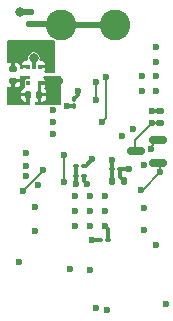
<source format=gbl>
G04 #@! TF.GenerationSoftware,KiCad,Pcbnew,(6.0.5-0)*
G04 #@! TF.CreationDate,2022-09-21T23:51:35-04:00*
G04 #@! TF.ProjectId,pico_ducky_pcb,7069636f-5f64-4756-936b-795f7063622e,rev?*
G04 #@! TF.SameCoordinates,Original*
G04 #@! TF.FileFunction,Copper,L4,Bot*
G04 #@! TF.FilePolarity,Positive*
%FSLAX46Y46*%
G04 Gerber Fmt 4.6, Leading zero omitted, Abs format (unit mm)*
G04 Created by KiCad (PCBNEW (6.0.5-0)) date 2022-09-21 23:51:35*
%MOMM*%
%LPD*%
G01*
G04 APERTURE LIST*
G04 Aperture macros list*
%AMRoundRect*
0 Rectangle with rounded corners*
0 $1 Rounding radius*
0 $2 $3 $4 $5 $6 $7 $8 $9 X,Y pos of 4 corners*
0 Add a 4 corners polygon primitive as box body*
4,1,4,$2,$3,$4,$5,$6,$7,$8,$9,$2,$3,0*
0 Add four circle primitives for the rounded corners*
1,1,$1+$1,$2,$3*
1,1,$1+$1,$4,$5*
1,1,$1+$1,$6,$7*
1,1,$1+$1,$8,$9*
0 Add four rect primitives between the rounded corners*
20,1,$1+$1,$2,$3,$4,$5,0*
20,1,$1+$1,$4,$5,$6,$7,0*
20,1,$1+$1,$6,$7,$8,$9,0*
20,1,$1+$1,$8,$9,$2,$3,0*%
G04 Aperture macros list end*
G04 #@! TA.AperFunction,ComponentPad*
%ADD10C,0.600000*%
G04 #@! TD*
G04 #@! TA.AperFunction,ComponentPad*
%ADD11C,2.600000*%
G04 #@! TD*
G04 #@! TA.AperFunction,SMDPad,CuDef*
%ADD12RoundRect,0.140000X0.170000X-0.140000X0.170000X0.140000X-0.170000X0.140000X-0.170000X-0.140000X0*%
G04 #@! TD*
G04 #@! TA.AperFunction,SMDPad,CuDef*
%ADD13RoundRect,0.100000X0.130000X0.100000X-0.130000X0.100000X-0.130000X-0.100000X0.130000X-0.100000X0*%
G04 #@! TD*
G04 #@! TA.AperFunction,SMDPad,CuDef*
%ADD14RoundRect,0.140000X-0.140000X-0.170000X0.140000X-0.170000X0.140000X0.170000X-0.140000X0.170000X0*%
G04 #@! TD*
G04 #@! TA.AperFunction,SMDPad,CuDef*
%ADD15RoundRect,0.135000X-0.185000X0.135000X-0.185000X-0.135000X0.185000X-0.135000X0.185000X0.135000X0*%
G04 #@! TD*
G04 #@! TA.AperFunction,SMDPad,CuDef*
%ADD16RoundRect,0.100000X-0.130000X-0.100000X0.130000X-0.100000X0.130000X0.100000X-0.130000X0.100000X0*%
G04 #@! TD*
G04 #@! TA.AperFunction,SMDPad,CuDef*
%ADD17R,0.300000X0.450000*%
G04 #@! TD*
G04 #@! TA.AperFunction,SMDPad,CuDef*
%ADD18RoundRect,0.150000X0.587500X0.150000X-0.587500X0.150000X-0.587500X-0.150000X0.587500X-0.150000X0*%
G04 #@! TD*
G04 #@! TA.AperFunction,SMDPad,CuDef*
%ADD19RoundRect,0.100000X0.100000X-0.130000X0.100000X0.130000X-0.100000X0.130000X-0.100000X-0.130000X0*%
G04 #@! TD*
G04 #@! TA.AperFunction,SMDPad,CuDef*
%ADD20RoundRect,0.140000X0.140000X0.170000X-0.140000X0.170000X-0.140000X-0.170000X0.140000X-0.170000X0*%
G04 #@! TD*
G04 #@! TA.AperFunction,SMDPad,CuDef*
%ADD21RoundRect,0.135000X0.185000X-0.135000X0.185000X0.135000X-0.185000X0.135000X-0.185000X-0.135000X0*%
G04 #@! TD*
G04 #@! TA.AperFunction,ViaPad*
%ADD22C,0.600000*%
G04 #@! TD*
G04 #@! TA.AperFunction,ViaPad*
%ADD23C,0.800000*%
G04 #@! TD*
G04 #@! TA.AperFunction,Conductor*
%ADD24C,0.300000*%
G04 #@! TD*
G04 #@! TA.AperFunction,Conductor*
%ADD25C,0.200000*%
G04 #@! TD*
G04 #@! TA.AperFunction,Conductor*
%ADD26C,0.500000*%
G04 #@! TD*
G04 #@! TA.AperFunction,Conductor*
%ADD27C,0.150000*%
G04 #@! TD*
G04 APERTURE END LIST*
D10*
X85825000Y-58000000D03*
X88375000Y-59275000D03*
X88375000Y-58000000D03*
X85825000Y-56725000D03*
X88375000Y-56725000D03*
X87100000Y-56725000D03*
X87100000Y-59275000D03*
X87100000Y-58000000D03*
X85825000Y-59275000D03*
D11*
X89250000Y-42245000D03*
X84650000Y-42245000D03*
D12*
X80600000Y-46980000D03*
X80600000Y-46020000D03*
D13*
X88620000Y-60500000D03*
X87980000Y-60500000D03*
D14*
X81870000Y-48170000D03*
X82830000Y-48170000D03*
D15*
X93050000Y-49560000D03*
X93050000Y-50580000D03*
D16*
X85960000Y-54200000D03*
X86600000Y-54200000D03*
D17*
X81850000Y-45800000D03*
X82350000Y-45800000D03*
X82850000Y-45800000D03*
X82850000Y-47200000D03*
X81850000Y-47200000D03*
D18*
X92907500Y-52020000D03*
X92907500Y-53920000D03*
X91032500Y-52970000D03*
D13*
X89620000Y-54500000D03*
X88980000Y-54500000D03*
D19*
X85750000Y-49140000D03*
X85750000Y-48500000D03*
D20*
X89980000Y-55500000D03*
X89020000Y-55500000D03*
D16*
X85960000Y-55050000D03*
X86600000Y-55050000D03*
D21*
X82050000Y-42170000D03*
X82050000Y-41150000D03*
D22*
X93550000Y-65860000D03*
X91500000Y-46620000D03*
X87100000Y-63030000D03*
X85950000Y-55750000D03*
X91500000Y-47870000D03*
X84000000Y-51500000D03*
D23*
X82350000Y-45070000D03*
D22*
X87625000Y-66205000D03*
X92750000Y-47870000D03*
X82495000Y-57685000D03*
X85150000Y-49130000D03*
X88585000Y-66380000D03*
X81150000Y-62335000D03*
X91700000Y-54110000D03*
X84000000Y-50500000D03*
X92750000Y-44120000D03*
X81700000Y-53100000D03*
X81680000Y-54180000D03*
X90450000Y-54470000D03*
X92750000Y-46620000D03*
X84000000Y-49500000D03*
X90800000Y-51080000D03*
X91700000Y-57800000D03*
X85420000Y-62960000D03*
X80440000Y-48480000D03*
D23*
X81220000Y-41150000D03*
D22*
X92750000Y-45370000D03*
X81950000Y-44170000D03*
X80950000Y-44170000D03*
X92350000Y-49520000D03*
X80950000Y-45070000D03*
X89800000Y-51700000D03*
X92750000Y-60870000D03*
X91700000Y-59600000D03*
X84550000Y-47020000D03*
X92250000Y-52730000D03*
X83550000Y-47020000D03*
X87300000Y-53650000D03*
X87300000Y-60500000D03*
X82695000Y-55835000D03*
X81700000Y-55050000D03*
X82495000Y-59695000D03*
X84050000Y-47770000D03*
X86080000Y-47870000D03*
X89000000Y-53700000D03*
X86900000Y-55750000D03*
X92350000Y-50570000D03*
X83160000Y-54560000D03*
X81467500Y-56327500D03*
X87610000Y-47070000D03*
X87610000Y-48620000D03*
X88500000Y-46660000D03*
X88100000Y-50510000D03*
X84890723Y-53300980D03*
X84900000Y-55550000D03*
X91480000Y-56200000D03*
X93050000Y-54720000D03*
D24*
X85960000Y-55050000D02*
X85960000Y-54200000D01*
X85160000Y-49140000D02*
X85150000Y-49130000D01*
X82350000Y-45800000D02*
X82350000Y-45070000D01*
X90420000Y-54500000D02*
X90450000Y-54470000D01*
X85960000Y-55050000D02*
X85960000Y-55740000D01*
X89620000Y-55140000D02*
X89980000Y-55500000D01*
X85960000Y-55740000D02*
X85950000Y-55750000D01*
X88375000Y-59275000D02*
X88620000Y-59520000D01*
X89620000Y-54500000D02*
X90420000Y-54500000D01*
X85750000Y-49140000D02*
X85160000Y-49140000D01*
X89620000Y-54500000D02*
X89620000Y-55140000D01*
D25*
X85960000Y-54200000D02*
X85960000Y-55740000D01*
D24*
X88620000Y-59520000D02*
X88620000Y-60500000D01*
D26*
X82050000Y-41150000D02*
X81220000Y-41150000D01*
D24*
X93010000Y-49520000D02*
X93050000Y-49560000D01*
X92350000Y-49520000D02*
X93010000Y-49520000D01*
X86600000Y-54200000D02*
X86750000Y-54200000D01*
X86750000Y-54200000D02*
X87300000Y-53650000D01*
D27*
X92250000Y-52557500D02*
X92787500Y-52020000D01*
D24*
X86080000Y-48170000D02*
X85750000Y-48500000D01*
X86080000Y-47870000D02*
X86080000Y-48170000D01*
D27*
X92250000Y-52730000D02*
X92250000Y-52557500D01*
D24*
X87300000Y-60500000D02*
X87980000Y-60500000D01*
X86600000Y-55050000D02*
X86600000Y-55450000D01*
D25*
X89020000Y-54600000D02*
X89020000Y-55560000D01*
D24*
X88980000Y-55460000D02*
X89020000Y-55500000D01*
X88980000Y-54500000D02*
X88980000Y-55460000D01*
D25*
X89000000Y-54580000D02*
X89020000Y-54600000D01*
D24*
X88980000Y-53720000D02*
X89000000Y-53700000D01*
X88980000Y-54500000D02*
X88980000Y-53720000D01*
D25*
X89000000Y-53700000D02*
X89000000Y-54580000D01*
D24*
X86600000Y-55450000D02*
X86900000Y-55750000D01*
D27*
X92340000Y-50580000D02*
X90912500Y-52007500D01*
X90912500Y-52007500D02*
X90912500Y-52970000D01*
X93050000Y-50580000D02*
X92340000Y-50580000D01*
X83160000Y-54635000D02*
X81467500Y-56327500D01*
X83160000Y-54560000D02*
X83160000Y-54635000D01*
X87610000Y-47070000D02*
X87610000Y-48620000D01*
X88500000Y-50110000D02*
X88100000Y-50510000D01*
X88500000Y-46660000D02*
X88500000Y-50110000D01*
X84890723Y-53300980D02*
X84890723Y-55540723D01*
X84890723Y-55540723D02*
X84900000Y-55550000D01*
X91480000Y-56200000D02*
X91570000Y-56200000D01*
X91570000Y-56200000D02*
X93050000Y-54720000D01*
X93050000Y-54720000D02*
X93050000Y-54062500D01*
X93050000Y-54062500D02*
X92907500Y-53920000D01*
D26*
X84575000Y-42170000D02*
X84650000Y-42245000D01*
X82050000Y-42170000D02*
X84575000Y-42170000D01*
X84650000Y-42245000D02*
X89250000Y-42245000D01*
G04 #@! TA.AperFunction,Conductor*
G36*
X84109191Y-43588907D02*
G01*
X84145155Y-43638407D01*
X84150000Y-43669000D01*
X84150000Y-46201000D01*
X84131093Y-46259191D01*
X84081593Y-46295155D01*
X84051000Y-46300000D01*
X83358485Y-46300000D01*
X83300294Y-46281093D01*
X83264330Y-46231593D01*
X83264330Y-46170407D01*
X83267939Y-46160970D01*
X83294000Y-46102020D01*
X83297873Y-46087815D01*
X83299668Y-46072420D01*
X83300000Y-46066708D01*
X83300000Y-45965680D01*
X83295878Y-45952995D01*
X83291757Y-45950000D01*
X82799000Y-45950000D01*
X82740809Y-45931093D01*
X82704845Y-45881593D01*
X82700000Y-45851000D01*
X82700000Y-45749000D01*
X82718907Y-45690809D01*
X82768407Y-45654845D01*
X82799000Y-45650000D01*
X83284320Y-45650000D01*
X83297005Y-45645878D01*
X83300000Y-45641757D01*
X83300000Y-45533361D01*
X83299654Y-45527515D01*
X83297766Y-45511647D01*
X83293872Y-45497481D01*
X83255230Y-45410486D01*
X83245054Y-45395679D01*
X83178892Y-45329633D01*
X83164069Y-45319483D01*
X83077020Y-45281000D01*
X83062815Y-45277127D01*
X83047420Y-45275332D01*
X83041708Y-45275000D01*
X82940132Y-45275000D01*
X82881941Y-45256093D01*
X82845977Y-45206593D01*
X82842504Y-45159575D01*
X82854862Y-45086124D01*
X82854862Y-45086120D01*
X82855496Y-45082354D01*
X82855647Y-45070000D01*
X82835323Y-44928082D01*
X82775984Y-44797572D01*
X82682400Y-44688963D01*
X82562095Y-44610985D01*
X82424739Y-44569907D01*
X82341497Y-44569398D01*
X82288427Y-44569074D01*
X82288426Y-44569074D01*
X82281376Y-44569031D01*
X82274599Y-44570968D01*
X82274598Y-44570968D01*
X82150309Y-44606490D01*
X82150307Y-44606491D01*
X82143529Y-44608428D01*
X82022280Y-44684930D01*
X82017613Y-44690214D01*
X82017611Y-44690216D01*
X81932044Y-44787103D01*
X81932042Y-44787105D01*
X81927377Y-44792388D01*
X81866447Y-44922163D01*
X81844391Y-45063823D01*
X81845306Y-45070820D01*
X81845306Y-45070821D01*
X81857381Y-45163164D01*
X81846178Y-45223315D01*
X81801759Y-45265393D01*
X81759217Y-45275000D01*
X81658361Y-45275000D01*
X81652515Y-45275346D01*
X81636647Y-45277234D01*
X81622481Y-45281128D01*
X81535486Y-45319770D01*
X81520679Y-45329946D01*
X81454633Y-45396108D01*
X81444483Y-45410931D01*
X81406000Y-45497980D01*
X81402127Y-45512185D01*
X81400332Y-45527580D01*
X81400000Y-45533292D01*
X81400000Y-45634320D01*
X81404122Y-45647005D01*
X81408243Y-45650000D01*
X81901000Y-45650000D01*
X81959191Y-45668907D01*
X81995155Y-45718407D01*
X82000000Y-45749000D01*
X82000000Y-45851000D01*
X81981093Y-45909191D01*
X81931593Y-45945155D01*
X81901000Y-45950000D01*
X81415680Y-45950000D01*
X81402995Y-45954122D01*
X81389092Y-45973257D01*
X81339592Y-46009221D01*
X81278406Y-46009221D01*
X81228906Y-45973257D01*
X81209999Y-45915066D01*
X81209999Y-45829753D01*
X81209780Y-45825110D01*
X81207655Y-45802626D01*
X81205090Y-45790930D01*
X81165700Y-45678766D01*
X81158853Y-45665833D01*
X81089041Y-45571316D01*
X81078684Y-45560959D01*
X80984167Y-45491147D01*
X80971234Y-45484300D01*
X80859073Y-45444912D01*
X80847371Y-45442344D01*
X80824886Y-45440218D01*
X80820250Y-45440000D01*
X80765680Y-45440000D01*
X80752995Y-45444122D01*
X80750000Y-45448243D01*
X80750000Y-46071000D01*
X80731093Y-46129191D01*
X80681593Y-46165155D01*
X80651000Y-46170000D01*
X80549000Y-46170000D01*
X80490809Y-46151093D01*
X80454845Y-46101593D01*
X80450000Y-46071000D01*
X80450000Y-45455681D01*
X80445878Y-45442996D01*
X80441757Y-45440001D01*
X80379753Y-45440001D01*
X80375110Y-45440220D01*
X80352626Y-45442345D01*
X80340930Y-45444910D01*
X80232302Y-45483058D01*
X80171134Y-45484499D01*
X80120801Y-45449712D01*
X80100500Y-45389650D01*
X80100500Y-43669000D01*
X80119407Y-43610809D01*
X80168907Y-43574845D01*
X80199500Y-43570000D01*
X84051000Y-43570000D01*
X84109191Y-43588907D01*
G37*
G04 #@! TD.AperFunction*
G04 #@! TA.AperFunction,Conductor*
G36*
X82009191Y-46618907D02*
G01*
X82045155Y-46668407D01*
X82050000Y-46699000D01*
X82050000Y-46775500D01*
X82031093Y-46833691D01*
X81981593Y-46869655D01*
X81951000Y-46874500D01*
X81714483Y-46874501D01*
X81690102Y-46874501D01*
X81660787Y-46880331D01*
X81627543Y-46902543D01*
X81605331Y-46935787D01*
X81599500Y-46965101D01*
X81599501Y-47434898D01*
X81605331Y-47464213D01*
X81608259Y-47468595D01*
X81612835Y-47526770D01*
X81580863Y-47578938D01*
X81549373Y-47597063D01*
X81528765Y-47604300D01*
X81515833Y-47611147D01*
X81421316Y-47680959D01*
X81410959Y-47691316D01*
X81341147Y-47785833D01*
X81334300Y-47798766D01*
X81294912Y-47910927D01*
X81292344Y-47922629D01*
X81290218Y-47945114D01*
X81290000Y-47949750D01*
X81290000Y-48004320D01*
X81294122Y-48017005D01*
X81298243Y-48020000D01*
X81921000Y-48020000D01*
X81979191Y-48038907D01*
X82015155Y-48088407D01*
X82020000Y-48119000D01*
X82020000Y-48764319D01*
X82029826Y-48794559D01*
X82045155Y-48815660D01*
X82050000Y-48846250D01*
X82050000Y-48971000D01*
X82031093Y-49029191D01*
X81981593Y-49065155D01*
X81951000Y-49070000D01*
X80199500Y-49070000D01*
X80141309Y-49051093D01*
X80105345Y-49001593D01*
X80100500Y-48971000D01*
X80100500Y-48390247D01*
X81290001Y-48390247D01*
X81290220Y-48394890D01*
X81292345Y-48417374D01*
X81294910Y-48429070D01*
X81334300Y-48541234D01*
X81341147Y-48554167D01*
X81410959Y-48648684D01*
X81421316Y-48659041D01*
X81515833Y-48728853D01*
X81528766Y-48735700D01*
X81640927Y-48775088D01*
X81652629Y-48777656D01*
X81675114Y-48779782D01*
X81679750Y-48780000D01*
X81704320Y-48780000D01*
X81717005Y-48775878D01*
X81720000Y-48771757D01*
X81720000Y-48335680D01*
X81715878Y-48322995D01*
X81711757Y-48320000D01*
X81305681Y-48320000D01*
X81292996Y-48324122D01*
X81290001Y-48328243D01*
X81290001Y-48390247D01*
X80100500Y-48390247D01*
X80100500Y-47610350D01*
X80119407Y-47552159D01*
X80168907Y-47516195D01*
X80232302Y-47516942D01*
X80340927Y-47555088D01*
X80352629Y-47557656D01*
X80375114Y-47559782D01*
X80379750Y-47560000D01*
X80434320Y-47560000D01*
X80447005Y-47555878D01*
X80450000Y-47551757D01*
X80450000Y-47544319D01*
X80750000Y-47544319D01*
X80754122Y-47557004D01*
X80758243Y-47559999D01*
X80820247Y-47559999D01*
X80824890Y-47559780D01*
X80847374Y-47557655D01*
X80859070Y-47555090D01*
X80971234Y-47515700D01*
X80984167Y-47508853D01*
X81078684Y-47439041D01*
X81089041Y-47428684D01*
X81158853Y-47334167D01*
X81165700Y-47321234D01*
X81205088Y-47209073D01*
X81207656Y-47197371D01*
X81209782Y-47174886D01*
X81210000Y-47170250D01*
X81210000Y-47145680D01*
X81205878Y-47132995D01*
X81201757Y-47130000D01*
X80765680Y-47130000D01*
X80752995Y-47134122D01*
X80750000Y-47138243D01*
X80750000Y-47544319D01*
X80450000Y-47544319D01*
X80450000Y-46929000D01*
X80468907Y-46870809D01*
X80518407Y-46834845D01*
X80549000Y-46830000D01*
X81194319Y-46830000D01*
X81207004Y-46825878D01*
X81209999Y-46821757D01*
X81209999Y-46789753D01*
X81209780Y-46785110D01*
X81207655Y-46762626D01*
X81205089Y-46750926D01*
X81198373Y-46731803D01*
X81196931Y-46670635D01*
X81231718Y-46620301D01*
X81291780Y-46600000D01*
X81951000Y-46600000D01*
X82009191Y-46618907D01*
G37*
G04 #@! TD.AperFunction*
G04 #@! TA.AperFunction,Conductor*
G36*
X84659191Y-46608907D02*
G01*
X84695155Y-46658407D01*
X84700000Y-46689000D01*
X84700000Y-48971000D01*
X84681093Y-49029191D01*
X84631593Y-49065155D01*
X84601000Y-49070000D01*
X82549000Y-49070000D01*
X82490809Y-49051093D01*
X82454845Y-49001593D01*
X82450000Y-48971000D01*
X82450000Y-48861780D01*
X82468907Y-48803589D01*
X82518407Y-48767625D01*
X82581803Y-48768373D01*
X82600922Y-48775087D01*
X82612629Y-48777656D01*
X82635114Y-48779782D01*
X82639750Y-48780000D01*
X82664320Y-48780000D01*
X82677005Y-48775878D01*
X82680000Y-48771757D01*
X82680000Y-48764319D01*
X82980000Y-48764319D01*
X82984122Y-48777004D01*
X82988243Y-48779999D01*
X83020247Y-48779999D01*
X83024890Y-48779780D01*
X83047374Y-48777655D01*
X83059070Y-48775090D01*
X83171234Y-48735700D01*
X83184167Y-48728853D01*
X83278684Y-48659041D01*
X83289041Y-48648684D01*
X83358853Y-48554167D01*
X83365700Y-48541234D01*
X83405088Y-48429073D01*
X83407656Y-48417371D01*
X83409782Y-48394886D01*
X83410000Y-48390250D01*
X83410000Y-48335680D01*
X83405878Y-48322995D01*
X83401757Y-48320000D01*
X82995680Y-48320000D01*
X82982995Y-48324122D01*
X82980000Y-48328243D01*
X82980000Y-48764319D01*
X82680000Y-48764319D01*
X82680000Y-48004320D01*
X82980000Y-48004320D01*
X82984122Y-48017005D01*
X82988243Y-48020000D01*
X83394319Y-48020000D01*
X83407004Y-48015878D01*
X83409999Y-48011757D01*
X83409999Y-47949753D01*
X83409780Y-47945110D01*
X83407655Y-47922626D01*
X83405090Y-47910930D01*
X83365700Y-47798766D01*
X83358853Y-47785833D01*
X83289041Y-47691316D01*
X83282426Y-47684701D01*
X83254649Y-47630184D01*
X83261884Y-47574668D01*
X83293999Y-47502023D01*
X83297873Y-47487815D01*
X83299668Y-47472420D01*
X83300000Y-47466708D01*
X83300000Y-47365680D01*
X83295878Y-47352995D01*
X83291757Y-47350000D01*
X83015680Y-47350000D01*
X83002995Y-47354122D01*
X83000000Y-47358243D01*
X83000000Y-47713548D01*
X82981093Y-47771739D01*
X82980000Y-47773243D01*
X82980000Y-48004320D01*
X82680000Y-48004320D01*
X82680000Y-47571452D01*
X82698907Y-47513261D01*
X82700000Y-47511757D01*
X82700000Y-47149000D01*
X82718907Y-47090809D01*
X82768407Y-47054845D01*
X82799000Y-47050000D01*
X83284320Y-47050000D01*
X83297005Y-47045878D01*
X83300000Y-47041757D01*
X83300000Y-46933361D01*
X83299654Y-46927515D01*
X83297766Y-46911647D01*
X83293872Y-46897481D01*
X83255230Y-46810486D01*
X83245054Y-46795679D01*
X83208375Y-46759064D01*
X83180550Y-46704572D01*
X83190069Y-46644132D01*
X83233296Y-46600829D01*
X83278318Y-46590000D01*
X84601000Y-46590000D01*
X84659191Y-46608907D01*
G37*
G04 #@! TD.AperFunction*
M02*

</source>
